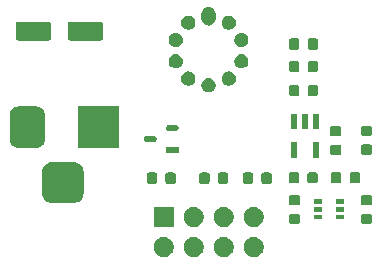
<source format=gbr>
%TF.GenerationSoftware,KiCad,Pcbnew,(5.1.6)-1*%
%TF.CreationDate,2021-01-16T21:26:58+01:00*%
%TF.ProjectId,hardware-smart-gaz-detector-extension-board,68617264-7761-4726-952d-736d6172742d,rev?*%
%TF.SameCoordinates,Original*%
%TF.FileFunction,Soldermask,Top*%
%TF.FilePolarity,Negative*%
%FSLAX46Y46*%
G04 Gerber Fmt 4.6, Leading zero omitted, Abs format (unit mm)*
G04 Created by KiCad (PCBNEW (5.1.6)-1) date 2021-01-16 21:26:58*
%MOMM*%
%LPD*%
G01*
G04 APERTURE LIST*
%ADD10C,0.100000*%
G04 APERTURE END LIST*
D10*
G36*
X66487936Y-71318665D02*
G01*
X66642626Y-71382739D01*
X66712076Y-71429145D01*
X66781844Y-71475762D01*
X66900238Y-71594156D01*
X66946855Y-71663924D01*
X66993261Y-71733374D01*
X67057335Y-71888064D01*
X67090000Y-72052282D01*
X67090000Y-72219718D01*
X67057335Y-72383936D01*
X66993261Y-72538626D01*
X66946855Y-72608076D01*
X66900238Y-72677844D01*
X66781844Y-72796238D01*
X66712076Y-72842855D01*
X66642626Y-72889261D01*
X66487936Y-72953335D01*
X66323718Y-72986000D01*
X66156282Y-72986000D01*
X65992064Y-72953335D01*
X65837374Y-72889261D01*
X65767924Y-72842855D01*
X65698156Y-72796238D01*
X65579762Y-72677844D01*
X65533145Y-72608076D01*
X65486739Y-72538626D01*
X65422665Y-72383936D01*
X65390000Y-72219718D01*
X65390000Y-72052282D01*
X65422665Y-71888064D01*
X65486739Y-71733374D01*
X65533145Y-71663924D01*
X65579762Y-71594156D01*
X65698156Y-71475762D01*
X65767924Y-71429145D01*
X65837374Y-71382739D01*
X65992064Y-71318665D01*
X66156282Y-71286000D01*
X66323718Y-71286000D01*
X66487936Y-71318665D01*
G37*
G36*
X71567936Y-71318665D02*
G01*
X71722626Y-71382739D01*
X71792076Y-71429145D01*
X71861844Y-71475762D01*
X71980238Y-71594156D01*
X72026855Y-71663924D01*
X72073261Y-71733374D01*
X72137335Y-71888064D01*
X72170000Y-72052282D01*
X72170000Y-72219718D01*
X72137335Y-72383936D01*
X72073261Y-72538626D01*
X72026855Y-72608076D01*
X71980238Y-72677844D01*
X71861844Y-72796238D01*
X71792076Y-72842855D01*
X71722626Y-72889261D01*
X71567936Y-72953335D01*
X71403718Y-72986000D01*
X71236282Y-72986000D01*
X71072064Y-72953335D01*
X70917374Y-72889261D01*
X70847924Y-72842855D01*
X70778156Y-72796238D01*
X70659762Y-72677844D01*
X70613145Y-72608076D01*
X70566739Y-72538626D01*
X70502665Y-72383936D01*
X70470000Y-72219718D01*
X70470000Y-72052282D01*
X70502665Y-71888064D01*
X70566739Y-71733374D01*
X70613145Y-71663924D01*
X70659762Y-71594156D01*
X70778156Y-71475762D01*
X70847924Y-71429145D01*
X70917374Y-71382739D01*
X71072064Y-71318665D01*
X71236282Y-71286000D01*
X71403718Y-71286000D01*
X71567936Y-71318665D01*
G37*
G36*
X69027936Y-71318665D02*
G01*
X69182626Y-71382739D01*
X69252076Y-71429145D01*
X69321844Y-71475762D01*
X69440238Y-71594156D01*
X69486855Y-71663924D01*
X69533261Y-71733374D01*
X69597335Y-71888064D01*
X69630000Y-72052282D01*
X69630000Y-72219718D01*
X69597335Y-72383936D01*
X69533261Y-72538626D01*
X69486855Y-72608076D01*
X69440238Y-72677844D01*
X69321844Y-72796238D01*
X69252076Y-72842855D01*
X69182626Y-72889261D01*
X69027936Y-72953335D01*
X68863718Y-72986000D01*
X68696282Y-72986000D01*
X68532064Y-72953335D01*
X68377374Y-72889261D01*
X68307924Y-72842855D01*
X68238156Y-72796238D01*
X68119762Y-72677844D01*
X68073145Y-72608076D01*
X68026739Y-72538626D01*
X67962665Y-72383936D01*
X67930000Y-72219718D01*
X67930000Y-72052282D01*
X67962665Y-71888064D01*
X68026739Y-71733374D01*
X68073145Y-71663924D01*
X68119762Y-71594156D01*
X68238156Y-71475762D01*
X68307924Y-71429145D01*
X68377374Y-71382739D01*
X68532064Y-71318665D01*
X68696282Y-71286000D01*
X68863718Y-71286000D01*
X69027936Y-71318665D01*
G37*
G36*
X63947936Y-71318665D02*
G01*
X64102626Y-71382739D01*
X64172076Y-71429145D01*
X64241844Y-71475762D01*
X64360238Y-71594156D01*
X64406855Y-71663924D01*
X64453261Y-71733374D01*
X64517335Y-71888064D01*
X64550000Y-72052282D01*
X64550000Y-72219718D01*
X64517335Y-72383936D01*
X64453261Y-72538626D01*
X64406855Y-72608076D01*
X64360238Y-72677844D01*
X64241844Y-72796238D01*
X64172076Y-72842855D01*
X64102626Y-72889261D01*
X63947936Y-72953335D01*
X63783718Y-72986000D01*
X63616282Y-72986000D01*
X63452064Y-72953335D01*
X63297374Y-72889261D01*
X63227924Y-72842855D01*
X63158156Y-72796238D01*
X63039762Y-72677844D01*
X62993145Y-72608076D01*
X62946739Y-72538626D01*
X62882665Y-72383936D01*
X62850000Y-72219718D01*
X62850000Y-72052282D01*
X62882665Y-71888064D01*
X62946739Y-71733374D01*
X62993145Y-71663924D01*
X63039762Y-71594156D01*
X63158156Y-71475762D01*
X63227924Y-71429145D01*
X63297374Y-71382739D01*
X63452064Y-71318665D01*
X63616282Y-71286000D01*
X63783718Y-71286000D01*
X63947936Y-71318665D01*
G37*
G36*
X69027936Y-68778665D02*
G01*
X69182626Y-68842739D01*
X69252076Y-68889145D01*
X69321844Y-68935762D01*
X69440238Y-69054156D01*
X69486855Y-69123924D01*
X69533261Y-69193374D01*
X69597335Y-69348064D01*
X69630000Y-69512282D01*
X69630000Y-69679718D01*
X69597335Y-69843936D01*
X69533261Y-69998626D01*
X69498224Y-70051062D01*
X69440238Y-70137844D01*
X69321844Y-70256238D01*
X69252076Y-70302855D01*
X69182626Y-70349261D01*
X69027936Y-70413335D01*
X68863718Y-70446000D01*
X68696282Y-70446000D01*
X68532064Y-70413335D01*
X68377374Y-70349261D01*
X68307924Y-70302855D01*
X68238156Y-70256238D01*
X68119762Y-70137844D01*
X68061776Y-70051062D01*
X68026739Y-69998626D01*
X67962665Y-69843936D01*
X67930000Y-69679718D01*
X67930000Y-69512282D01*
X67962665Y-69348064D01*
X68026739Y-69193374D01*
X68073145Y-69123924D01*
X68119762Y-69054156D01*
X68238156Y-68935762D01*
X68307924Y-68889145D01*
X68377374Y-68842739D01*
X68532064Y-68778665D01*
X68696282Y-68746000D01*
X68863718Y-68746000D01*
X69027936Y-68778665D01*
G37*
G36*
X66487936Y-68778665D02*
G01*
X66642626Y-68842739D01*
X66712076Y-68889145D01*
X66781844Y-68935762D01*
X66900238Y-69054156D01*
X66946855Y-69123924D01*
X66993261Y-69193374D01*
X67057335Y-69348064D01*
X67090000Y-69512282D01*
X67090000Y-69679718D01*
X67057335Y-69843936D01*
X66993261Y-69998626D01*
X66958224Y-70051062D01*
X66900238Y-70137844D01*
X66781844Y-70256238D01*
X66712076Y-70302855D01*
X66642626Y-70349261D01*
X66487936Y-70413335D01*
X66323718Y-70446000D01*
X66156282Y-70446000D01*
X65992064Y-70413335D01*
X65837374Y-70349261D01*
X65767924Y-70302855D01*
X65698156Y-70256238D01*
X65579762Y-70137844D01*
X65521776Y-70051062D01*
X65486739Y-69998626D01*
X65422665Y-69843936D01*
X65390000Y-69679718D01*
X65390000Y-69512282D01*
X65422665Y-69348064D01*
X65486739Y-69193374D01*
X65533145Y-69123924D01*
X65579762Y-69054156D01*
X65698156Y-68935762D01*
X65767924Y-68889145D01*
X65837374Y-68842739D01*
X65992064Y-68778665D01*
X66156282Y-68746000D01*
X66323718Y-68746000D01*
X66487936Y-68778665D01*
G37*
G36*
X64550000Y-70446000D02*
G01*
X62850000Y-70446000D01*
X62850000Y-68746000D01*
X64550000Y-68746000D01*
X64550000Y-70446000D01*
G37*
G36*
X71567936Y-68778665D02*
G01*
X71722626Y-68842739D01*
X71792076Y-68889145D01*
X71861844Y-68935762D01*
X71980238Y-69054156D01*
X72026855Y-69123924D01*
X72073261Y-69193374D01*
X72137335Y-69348064D01*
X72170000Y-69512282D01*
X72170000Y-69679718D01*
X72137335Y-69843936D01*
X72073261Y-69998626D01*
X72038224Y-70051062D01*
X71980238Y-70137844D01*
X71861844Y-70256238D01*
X71792076Y-70302855D01*
X71722626Y-70349261D01*
X71567936Y-70413335D01*
X71403718Y-70446000D01*
X71236282Y-70446000D01*
X71072064Y-70413335D01*
X70917374Y-70349261D01*
X70847924Y-70302855D01*
X70778156Y-70256238D01*
X70659762Y-70137844D01*
X70601776Y-70051062D01*
X70566739Y-69998626D01*
X70502665Y-69843936D01*
X70470000Y-69679718D01*
X70470000Y-69512282D01*
X70502665Y-69348064D01*
X70566739Y-69193374D01*
X70613145Y-69123924D01*
X70659762Y-69054156D01*
X70778156Y-68935762D01*
X70847924Y-68889145D01*
X70917374Y-68842739D01*
X71072064Y-68778665D01*
X71236282Y-68746000D01*
X71403718Y-68746000D01*
X71567936Y-68778665D01*
G37*
G36*
X81196619Y-69315012D02*
G01*
X81231971Y-69325736D01*
X81264550Y-69343150D01*
X81293111Y-69366589D01*
X81316550Y-69395150D01*
X81333964Y-69427729D01*
X81344688Y-69463081D01*
X81348600Y-69502797D01*
X81348600Y-69994403D01*
X81344688Y-70034119D01*
X81333964Y-70069471D01*
X81316550Y-70102050D01*
X81293111Y-70130611D01*
X81264550Y-70154050D01*
X81231971Y-70171464D01*
X81196619Y-70182188D01*
X81156903Y-70186100D01*
X80590297Y-70186100D01*
X80550581Y-70182188D01*
X80515229Y-70171464D01*
X80482650Y-70154050D01*
X80454089Y-70130611D01*
X80430650Y-70102050D01*
X80413236Y-70069471D01*
X80402512Y-70034119D01*
X80398600Y-69994403D01*
X80398600Y-69502797D01*
X80402512Y-69463081D01*
X80413236Y-69427729D01*
X80430650Y-69395150D01*
X80454089Y-69366589D01*
X80482650Y-69343150D01*
X80515229Y-69325736D01*
X80550581Y-69315012D01*
X80590297Y-69311100D01*
X81156903Y-69311100D01*
X81196619Y-69315012D01*
G37*
G36*
X75100619Y-69315012D02*
G01*
X75135971Y-69325736D01*
X75168550Y-69343150D01*
X75197111Y-69366589D01*
X75220550Y-69395150D01*
X75237964Y-69427729D01*
X75248688Y-69463081D01*
X75252600Y-69502797D01*
X75252600Y-69994403D01*
X75248688Y-70034119D01*
X75237964Y-70069471D01*
X75220550Y-70102050D01*
X75197111Y-70130611D01*
X75168550Y-70154050D01*
X75135971Y-70171464D01*
X75100619Y-70182188D01*
X75060903Y-70186100D01*
X74494297Y-70186100D01*
X74454581Y-70182188D01*
X74419229Y-70171464D01*
X74386650Y-70154050D01*
X74358089Y-70130611D01*
X74334650Y-70102050D01*
X74317236Y-70069471D01*
X74306512Y-70034119D01*
X74302600Y-69994403D01*
X74302600Y-69502797D01*
X74306512Y-69463081D01*
X74317236Y-69427729D01*
X74334650Y-69395150D01*
X74358089Y-69366589D01*
X74386650Y-69343150D01*
X74419229Y-69325736D01*
X74454581Y-69315012D01*
X74494297Y-69311100D01*
X75060903Y-69311100D01*
X75100619Y-69315012D01*
G37*
G36*
X78973600Y-69785600D02*
G01*
X78323600Y-69785600D01*
X78323600Y-69385600D01*
X78973600Y-69385600D01*
X78973600Y-69785600D01*
G37*
G36*
X77073600Y-69785600D02*
G01*
X76423600Y-69785600D01*
X76423600Y-69385600D01*
X77073600Y-69385600D01*
X77073600Y-69785600D01*
G37*
G36*
X78973600Y-69135600D02*
G01*
X78323600Y-69135600D01*
X78323600Y-68735600D01*
X78973600Y-68735600D01*
X78973600Y-69135600D01*
G37*
G36*
X77073600Y-69135600D02*
G01*
X76423600Y-69135600D01*
X76423600Y-68735600D01*
X77073600Y-68735600D01*
X77073600Y-69135600D01*
G37*
G36*
X81196619Y-67740012D02*
G01*
X81231971Y-67750736D01*
X81264550Y-67768150D01*
X81293111Y-67791589D01*
X81316550Y-67820150D01*
X81333964Y-67852729D01*
X81344688Y-67888081D01*
X81348600Y-67927797D01*
X81348600Y-68419403D01*
X81344688Y-68459119D01*
X81333964Y-68494471D01*
X81316550Y-68527050D01*
X81293111Y-68555611D01*
X81264550Y-68579050D01*
X81231971Y-68596464D01*
X81196619Y-68607188D01*
X81156903Y-68611100D01*
X80590297Y-68611100D01*
X80550581Y-68607188D01*
X80515229Y-68596464D01*
X80482650Y-68579050D01*
X80454089Y-68555611D01*
X80430650Y-68527050D01*
X80413236Y-68494471D01*
X80402512Y-68459119D01*
X80398600Y-68419403D01*
X80398600Y-67927797D01*
X80402512Y-67888081D01*
X80413236Y-67852729D01*
X80430650Y-67820150D01*
X80454089Y-67791589D01*
X80482650Y-67768150D01*
X80515229Y-67750736D01*
X80550581Y-67740012D01*
X80590297Y-67736100D01*
X81156903Y-67736100D01*
X81196619Y-67740012D01*
G37*
G36*
X75100619Y-67740012D02*
G01*
X75135971Y-67750736D01*
X75168550Y-67768150D01*
X75197111Y-67791589D01*
X75220550Y-67820150D01*
X75237964Y-67852729D01*
X75248688Y-67888081D01*
X75252600Y-67927797D01*
X75252600Y-68419403D01*
X75248688Y-68459119D01*
X75237964Y-68494471D01*
X75220550Y-68527050D01*
X75197111Y-68555611D01*
X75168550Y-68579050D01*
X75135971Y-68596464D01*
X75100619Y-68607188D01*
X75060903Y-68611100D01*
X74494297Y-68611100D01*
X74454581Y-68607188D01*
X74419229Y-68596464D01*
X74386650Y-68579050D01*
X74358089Y-68555611D01*
X74334650Y-68527050D01*
X74317236Y-68494471D01*
X74306512Y-68459119D01*
X74302600Y-68419403D01*
X74302600Y-67927797D01*
X74306512Y-67888081D01*
X74317236Y-67852729D01*
X74334650Y-67820150D01*
X74358089Y-67791589D01*
X74386650Y-67768150D01*
X74419229Y-67750736D01*
X74454581Y-67740012D01*
X74494297Y-67736100D01*
X75060903Y-67736100D01*
X75100619Y-67740012D01*
G37*
G36*
X77073600Y-68485600D02*
G01*
X76423600Y-68485600D01*
X76423600Y-68085600D01*
X77073600Y-68085600D01*
X77073600Y-68485600D01*
G37*
G36*
X78973600Y-68485600D02*
G01*
X78323600Y-68485600D01*
X78323600Y-68085600D01*
X78973600Y-68085600D01*
X78973600Y-68485600D01*
G37*
G36*
X56235797Y-64942521D02*
G01*
X56394257Y-64990590D01*
X56540293Y-65068648D01*
X56668300Y-65173700D01*
X56773352Y-65301707D01*
X56851410Y-65447743D01*
X56899479Y-65606203D01*
X56916000Y-65773947D01*
X56916000Y-67578053D01*
X56899479Y-67745797D01*
X56851410Y-67904257D01*
X56773352Y-68050293D01*
X56668300Y-68178300D01*
X56540293Y-68283352D01*
X56394257Y-68361410D01*
X56235797Y-68409479D01*
X56068053Y-68426000D01*
X54263947Y-68426000D01*
X54096203Y-68409479D01*
X53937743Y-68361410D01*
X53791707Y-68283352D01*
X53663700Y-68178300D01*
X53558648Y-68050293D01*
X53480590Y-67904257D01*
X53432521Y-67745797D01*
X53416000Y-67578053D01*
X53416000Y-65773947D01*
X53432521Y-65606203D01*
X53480590Y-65447743D01*
X53558648Y-65301707D01*
X53663700Y-65173700D01*
X53791707Y-65068648D01*
X53937743Y-64990590D01*
X54096203Y-64942521D01*
X54263947Y-64926000D01*
X56068053Y-64926000D01*
X56235797Y-64942521D01*
G37*
G36*
X64573019Y-65822912D02*
G01*
X64608371Y-65833636D01*
X64640950Y-65851050D01*
X64669511Y-65874489D01*
X64692950Y-65903050D01*
X64710364Y-65935629D01*
X64721088Y-65970981D01*
X64725000Y-66010697D01*
X64725000Y-66577303D01*
X64721088Y-66617019D01*
X64710364Y-66652371D01*
X64692950Y-66684950D01*
X64669511Y-66713511D01*
X64640950Y-66736950D01*
X64608371Y-66754364D01*
X64573019Y-66765088D01*
X64533303Y-66769000D01*
X64041697Y-66769000D01*
X64001981Y-66765088D01*
X63966629Y-66754364D01*
X63934050Y-66736950D01*
X63905489Y-66713511D01*
X63882050Y-66684950D01*
X63864636Y-66652371D01*
X63853912Y-66617019D01*
X63850000Y-66577303D01*
X63850000Y-66010697D01*
X63853912Y-65970981D01*
X63864636Y-65935629D01*
X63882050Y-65903050D01*
X63905489Y-65874489D01*
X63934050Y-65851050D01*
X63966629Y-65833636D01*
X64001981Y-65822912D01*
X64041697Y-65819000D01*
X64533303Y-65819000D01*
X64573019Y-65822912D01*
G37*
G36*
X62998019Y-65822912D02*
G01*
X63033371Y-65833636D01*
X63065950Y-65851050D01*
X63094511Y-65874489D01*
X63117950Y-65903050D01*
X63135364Y-65935629D01*
X63146088Y-65970981D01*
X63150000Y-66010697D01*
X63150000Y-66577303D01*
X63146088Y-66617019D01*
X63135364Y-66652371D01*
X63117950Y-66684950D01*
X63094511Y-66713511D01*
X63065950Y-66736950D01*
X63033371Y-66754364D01*
X62998019Y-66765088D01*
X62958303Y-66769000D01*
X62466697Y-66769000D01*
X62426981Y-66765088D01*
X62391629Y-66754364D01*
X62359050Y-66736950D01*
X62330489Y-66713511D01*
X62307050Y-66684950D01*
X62289636Y-66652371D01*
X62278912Y-66617019D01*
X62275000Y-66577303D01*
X62275000Y-66010697D01*
X62278912Y-65970981D01*
X62289636Y-65935629D01*
X62307050Y-65903050D01*
X62330489Y-65874489D01*
X62359050Y-65851050D01*
X62391629Y-65833636D01*
X62426981Y-65822912D01*
X62466697Y-65819000D01*
X62958303Y-65819000D01*
X62998019Y-65822912D01*
G37*
G36*
X71126019Y-65822912D02*
G01*
X71161371Y-65833636D01*
X71193950Y-65851050D01*
X71222511Y-65874489D01*
X71245950Y-65903050D01*
X71263364Y-65935629D01*
X71274088Y-65970981D01*
X71278000Y-66010697D01*
X71278000Y-66577303D01*
X71274088Y-66617019D01*
X71263364Y-66652371D01*
X71245950Y-66684950D01*
X71222511Y-66713511D01*
X71193950Y-66736950D01*
X71161371Y-66754364D01*
X71126019Y-66765088D01*
X71086303Y-66769000D01*
X70594697Y-66769000D01*
X70554981Y-66765088D01*
X70519629Y-66754364D01*
X70487050Y-66736950D01*
X70458489Y-66713511D01*
X70435050Y-66684950D01*
X70417636Y-66652371D01*
X70406912Y-66617019D01*
X70403000Y-66577303D01*
X70403000Y-66010697D01*
X70406912Y-65970981D01*
X70417636Y-65935629D01*
X70435050Y-65903050D01*
X70458489Y-65874489D01*
X70487050Y-65851050D01*
X70519629Y-65833636D01*
X70554981Y-65822912D01*
X70594697Y-65819000D01*
X71086303Y-65819000D01*
X71126019Y-65822912D01*
G37*
G36*
X72701019Y-65822912D02*
G01*
X72736371Y-65833636D01*
X72768950Y-65851050D01*
X72797511Y-65874489D01*
X72820950Y-65903050D01*
X72838364Y-65935629D01*
X72849088Y-65970981D01*
X72853000Y-66010697D01*
X72853000Y-66577303D01*
X72849088Y-66617019D01*
X72838364Y-66652371D01*
X72820950Y-66684950D01*
X72797511Y-66713511D01*
X72768950Y-66736950D01*
X72736371Y-66754364D01*
X72701019Y-66765088D01*
X72661303Y-66769000D01*
X72169697Y-66769000D01*
X72129981Y-66765088D01*
X72094629Y-66754364D01*
X72062050Y-66736950D01*
X72033489Y-66713511D01*
X72010050Y-66684950D01*
X71992636Y-66652371D01*
X71981912Y-66617019D01*
X71978000Y-66577303D01*
X71978000Y-66010697D01*
X71981912Y-65970981D01*
X71992636Y-65935629D01*
X72010050Y-65903050D01*
X72033489Y-65874489D01*
X72062050Y-65851050D01*
X72094629Y-65833636D01*
X72129981Y-65822912D01*
X72169697Y-65819000D01*
X72661303Y-65819000D01*
X72701019Y-65822912D01*
G37*
G36*
X67443019Y-65822912D02*
G01*
X67478371Y-65833636D01*
X67510950Y-65851050D01*
X67539511Y-65874489D01*
X67562950Y-65903050D01*
X67580364Y-65935629D01*
X67591088Y-65970981D01*
X67595000Y-66010697D01*
X67595000Y-66577303D01*
X67591088Y-66617019D01*
X67580364Y-66652371D01*
X67562950Y-66684950D01*
X67539511Y-66713511D01*
X67510950Y-66736950D01*
X67478371Y-66754364D01*
X67443019Y-66765088D01*
X67403303Y-66769000D01*
X66911697Y-66769000D01*
X66871981Y-66765088D01*
X66836629Y-66754364D01*
X66804050Y-66736950D01*
X66775489Y-66713511D01*
X66752050Y-66684950D01*
X66734636Y-66652371D01*
X66723912Y-66617019D01*
X66720000Y-66577303D01*
X66720000Y-66010697D01*
X66723912Y-65970981D01*
X66734636Y-65935629D01*
X66752050Y-65903050D01*
X66775489Y-65874489D01*
X66804050Y-65851050D01*
X66836629Y-65833636D01*
X66871981Y-65822912D01*
X66911697Y-65819000D01*
X67403303Y-65819000D01*
X67443019Y-65822912D01*
G37*
G36*
X69018019Y-65822912D02*
G01*
X69053371Y-65833636D01*
X69085950Y-65851050D01*
X69114511Y-65874489D01*
X69137950Y-65903050D01*
X69155364Y-65935629D01*
X69166088Y-65970981D01*
X69170000Y-66010697D01*
X69170000Y-66577303D01*
X69166088Y-66617019D01*
X69155364Y-66652371D01*
X69137950Y-66684950D01*
X69114511Y-66713511D01*
X69085950Y-66736950D01*
X69053371Y-66754364D01*
X69018019Y-66765088D01*
X68978303Y-66769000D01*
X68486697Y-66769000D01*
X68446981Y-66765088D01*
X68411629Y-66754364D01*
X68379050Y-66736950D01*
X68350489Y-66713511D01*
X68327050Y-66684950D01*
X68309636Y-66652371D01*
X68298912Y-66617019D01*
X68295000Y-66577303D01*
X68295000Y-66010697D01*
X68298912Y-65970981D01*
X68309636Y-65935629D01*
X68327050Y-65903050D01*
X68350489Y-65874489D01*
X68379050Y-65851050D01*
X68411629Y-65833636D01*
X68446981Y-65822912D01*
X68486697Y-65819000D01*
X68978303Y-65819000D01*
X69018019Y-65822912D01*
G37*
G36*
X76587119Y-65797512D02*
G01*
X76622471Y-65808236D01*
X76655050Y-65825650D01*
X76683611Y-65849089D01*
X76707050Y-65877650D01*
X76724464Y-65910229D01*
X76735188Y-65945581D01*
X76739100Y-65985297D01*
X76739100Y-66551903D01*
X76735188Y-66591619D01*
X76724464Y-66626971D01*
X76707050Y-66659550D01*
X76683611Y-66688111D01*
X76655050Y-66711550D01*
X76622471Y-66728964D01*
X76587119Y-66739688D01*
X76547403Y-66743600D01*
X76055797Y-66743600D01*
X76016081Y-66739688D01*
X75980729Y-66728964D01*
X75948150Y-66711550D01*
X75919589Y-66688111D01*
X75896150Y-66659550D01*
X75878736Y-66626971D01*
X75868012Y-66591619D01*
X75864100Y-66551903D01*
X75864100Y-65985297D01*
X75868012Y-65945581D01*
X75878736Y-65910229D01*
X75896150Y-65877650D01*
X75919589Y-65849089D01*
X75948150Y-65825650D01*
X75980729Y-65808236D01*
X76016081Y-65797512D01*
X76055797Y-65793600D01*
X76547403Y-65793600D01*
X76587119Y-65797512D01*
G37*
G36*
X75012119Y-65797512D02*
G01*
X75047471Y-65808236D01*
X75080050Y-65825650D01*
X75108611Y-65849089D01*
X75132050Y-65877650D01*
X75149464Y-65910229D01*
X75160188Y-65945581D01*
X75164100Y-65985297D01*
X75164100Y-66551903D01*
X75160188Y-66591619D01*
X75149464Y-66626971D01*
X75132050Y-66659550D01*
X75108611Y-66688111D01*
X75080050Y-66711550D01*
X75047471Y-66728964D01*
X75012119Y-66739688D01*
X74972403Y-66743600D01*
X74480797Y-66743600D01*
X74441081Y-66739688D01*
X74405729Y-66728964D01*
X74373150Y-66711550D01*
X74344589Y-66688111D01*
X74321150Y-66659550D01*
X74303736Y-66626971D01*
X74293012Y-66591619D01*
X74289100Y-66551903D01*
X74289100Y-65985297D01*
X74293012Y-65945581D01*
X74303736Y-65910229D01*
X74321150Y-65877650D01*
X74344589Y-65849089D01*
X74373150Y-65825650D01*
X74405729Y-65808236D01*
X74441081Y-65797512D01*
X74480797Y-65793600D01*
X74972403Y-65793600D01*
X75012119Y-65797512D01*
G37*
G36*
X80168619Y-65797512D02*
G01*
X80203971Y-65808236D01*
X80236550Y-65825650D01*
X80265111Y-65849089D01*
X80288550Y-65877650D01*
X80305964Y-65910229D01*
X80316688Y-65945581D01*
X80320600Y-65985297D01*
X80320600Y-66551903D01*
X80316688Y-66591619D01*
X80305964Y-66626971D01*
X80288550Y-66659550D01*
X80265111Y-66688111D01*
X80236550Y-66711550D01*
X80203971Y-66728964D01*
X80168619Y-66739688D01*
X80128903Y-66743600D01*
X79637297Y-66743600D01*
X79597581Y-66739688D01*
X79562229Y-66728964D01*
X79529650Y-66711550D01*
X79501089Y-66688111D01*
X79477650Y-66659550D01*
X79460236Y-66626971D01*
X79449512Y-66591619D01*
X79445600Y-66551903D01*
X79445600Y-65985297D01*
X79449512Y-65945581D01*
X79460236Y-65910229D01*
X79477650Y-65877650D01*
X79501089Y-65849089D01*
X79529650Y-65825650D01*
X79562229Y-65808236D01*
X79597581Y-65797512D01*
X79637297Y-65793600D01*
X80128903Y-65793600D01*
X80168619Y-65797512D01*
G37*
G36*
X78593619Y-65797512D02*
G01*
X78628971Y-65808236D01*
X78661550Y-65825650D01*
X78690111Y-65849089D01*
X78713550Y-65877650D01*
X78730964Y-65910229D01*
X78741688Y-65945581D01*
X78745600Y-65985297D01*
X78745600Y-66551903D01*
X78741688Y-66591619D01*
X78730964Y-66626971D01*
X78713550Y-66659550D01*
X78690111Y-66688111D01*
X78661550Y-66711550D01*
X78628971Y-66728964D01*
X78593619Y-66739688D01*
X78553903Y-66743600D01*
X78062297Y-66743600D01*
X78022581Y-66739688D01*
X77987229Y-66728964D01*
X77954650Y-66711550D01*
X77926089Y-66688111D01*
X77902650Y-66659550D01*
X77885236Y-66626971D01*
X77874512Y-66591619D01*
X77870600Y-66551903D01*
X77870600Y-65985297D01*
X77874512Y-65945581D01*
X77885236Y-65910229D01*
X77902650Y-65877650D01*
X77926089Y-65849089D01*
X77954650Y-65825650D01*
X77987229Y-65808236D01*
X78022581Y-65797512D01*
X78062297Y-65793600D01*
X78553903Y-65793600D01*
X78593619Y-65797512D01*
G37*
G36*
X74991601Y-64562600D02*
G01*
X74441603Y-64562600D01*
X74441603Y-63262600D01*
X74991601Y-63262600D01*
X74991601Y-64562600D01*
G37*
G36*
X76891600Y-64562600D02*
G01*
X76341602Y-64562600D01*
X76341602Y-63262600D01*
X76891600Y-63262600D01*
X76891600Y-64562600D01*
G37*
G36*
X78580419Y-63472912D02*
G01*
X78615771Y-63483636D01*
X78648350Y-63501050D01*
X78676911Y-63524489D01*
X78700350Y-63553050D01*
X78717764Y-63585629D01*
X78728488Y-63620981D01*
X78732400Y-63660697D01*
X78732400Y-64152303D01*
X78728488Y-64192019D01*
X78717764Y-64227371D01*
X78700350Y-64259950D01*
X78676911Y-64288511D01*
X78648350Y-64311950D01*
X78615771Y-64329364D01*
X78580419Y-64340088D01*
X78540703Y-64344000D01*
X77974097Y-64344000D01*
X77934381Y-64340088D01*
X77899029Y-64329364D01*
X77866450Y-64311950D01*
X77837889Y-64288511D01*
X77814450Y-64259950D01*
X77797036Y-64227371D01*
X77786312Y-64192019D01*
X77782400Y-64152303D01*
X77782400Y-63660697D01*
X77786312Y-63620981D01*
X77797036Y-63585629D01*
X77814450Y-63553050D01*
X77837889Y-63524489D01*
X77866450Y-63501050D01*
X77899029Y-63483636D01*
X77934381Y-63472912D01*
X77974097Y-63469000D01*
X78540703Y-63469000D01*
X78580419Y-63472912D01*
G37*
G36*
X81196619Y-63447512D02*
G01*
X81231971Y-63458236D01*
X81264550Y-63475650D01*
X81293111Y-63499089D01*
X81316550Y-63527650D01*
X81333964Y-63560229D01*
X81344688Y-63595581D01*
X81348600Y-63635297D01*
X81348600Y-64126903D01*
X81344688Y-64166619D01*
X81333964Y-64201971D01*
X81316550Y-64234550D01*
X81293111Y-64263111D01*
X81264550Y-64286550D01*
X81231971Y-64303964D01*
X81196619Y-64314688D01*
X81156903Y-64318600D01*
X80590297Y-64318600D01*
X80550581Y-64314688D01*
X80515229Y-64303964D01*
X80482650Y-64286550D01*
X80454089Y-64263111D01*
X80430650Y-64234550D01*
X80413236Y-64201971D01*
X80402512Y-64166619D01*
X80398600Y-64126903D01*
X80398600Y-63635297D01*
X80402512Y-63595581D01*
X80413236Y-63560229D01*
X80430650Y-63527650D01*
X80454089Y-63499089D01*
X80482650Y-63475650D01*
X80515229Y-63458236D01*
X80550581Y-63447512D01*
X80590297Y-63443600D01*
X81156903Y-63443600D01*
X81196619Y-63447512D01*
G37*
G36*
X64972304Y-64210993D02*
G01*
X63897696Y-64210993D01*
X63897696Y-63673007D01*
X64972304Y-63673007D01*
X64972304Y-64210993D01*
G37*
G36*
X53086410Y-60240119D02*
G01*
X53221420Y-60281074D01*
X53345848Y-60347583D01*
X53454912Y-60437088D01*
X53544417Y-60546152D01*
X53610926Y-60670580D01*
X53651881Y-60805590D01*
X53666000Y-60948947D01*
X53666000Y-63003053D01*
X53651881Y-63146410D01*
X53610926Y-63281420D01*
X53544417Y-63405848D01*
X53454912Y-63514912D01*
X53345848Y-63604417D01*
X53221420Y-63670926D01*
X53086410Y-63711881D01*
X52943053Y-63726000D01*
X51388947Y-63726000D01*
X51245590Y-63711881D01*
X51110580Y-63670926D01*
X50986152Y-63604417D01*
X50877088Y-63514912D01*
X50787583Y-63405848D01*
X50721074Y-63281420D01*
X50680119Y-63146410D01*
X50666000Y-63003053D01*
X50666000Y-60948947D01*
X50680119Y-60805590D01*
X50721074Y-60670580D01*
X50787583Y-60546152D01*
X50877088Y-60437088D01*
X50986152Y-60347583D01*
X51110580Y-60281074D01*
X51245590Y-60240119D01*
X51388947Y-60226000D01*
X52943053Y-60226000D01*
X53086410Y-60240119D01*
G37*
G36*
X59916000Y-63726000D02*
G01*
X56416000Y-63726000D01*
X56416000Y-60226000D01*
X59916000Y-60226000D01*
X59916000Y-63726000D01*
G37*
G36*
X62885788Y-62728175D02*
G01*
X62936249Y-62743482D01*
X62982755Y-62768339D01*
X63023517Y-62801792D01*
X63056970Y-62842554D01*
X63081827Y-62889060D01*
X63097134Y-62939521D01*
X63102303Y-62991999D01*
X63102303Y-62992001D01*
X63097134Y-63044479D01*
X63081827Y-63094940D01*
X63056970Y-63141446D01*
X63023517Y-63182208D01*
X62982755Y-63215661D01*
X62936249Y-63240518D01*
X62885788Y-63255825D01*
X62833310Y-63260994D01*
X62296688Y-63260994D01*
X62244210Y-63255825D01*
X62193749Y-63240518D01*
X62147243Y-63215661D01*
X62106481Y-63182208D01*
X62073028Y-63141446D01*
X62048171Y-63094940D01*
X62032864Y-63044479D01*
X62027695Y-62992001D01*
X62027695Y-62991999D01*
X62032864Y-62939521D01*
X62048171Y-62889060D01*
X62073028Y-62842554D01*
X62106481Y-62801792D01*
X62147243Y-62768339D01*
X62193749Y-62743482D01*
X62244210Y-62728175D01*
X62296688Y-62723006D01*
X62833310Y-62723006D01*
X62885788Y-62728175D01*
G37*
G36*
X78580419Y-61897912D02*
G01*
X78615771Y-61908636D01*
X78648350Y-61926050D01*
X78676911Y-61949489D01*
X78700350Y-61978050D01*
X78717764Y-62010629D01*
X78728488Y-62045981D01*
X78732400Y-62085697D01*
X78732400Y-62577303D01*
X78728488Y-62617019D01*
X78717764Y-62652371D01*
X78700350Y-62684950D01*
X78676911Y-62713511D01*
X78648350Y-62736950D01*
X78615771Y-62754364D01*
X78580419Y-62765088D01*
X78540703Y-62769000D01*
X77974097Y-62769000D01*
X77934381Y-62765088D01*
X77899029Y-62754364D01*
X77866450Y-62736950D01*
X77837889Y-62713511D01*
X77814450Y-62684950D01*
X77797036Y-62652371D01*
X77786312Y-62617019D01*
X77782400Y-62577303D01*
X77782400Y-62085697D01*
X77786312Y-62045981D01*
X77797036Y-62010629D01*
X77814450Y-61978050D01*
X77837889Y-61949489D01*
X77866450Y-61926050D01*
X77899029Y-61908636D01*
X77934381Y-61897912D01*
X77974097Y-61894000D01*
X78540703Y-61894000D01*
X78580419Y-61897912D01*
G37*
G36*
X81196619Y-61872512D02*
G01*
X81231971Y-61883236D01*
X81264550Y-61900650D01*
X81293111Y-61924089D01*
X81316550Y-61952650D01*
X81333964Y-61985229D01*
X81344688Y-62020581D01*
X81348600Y-62060297D01*
X81348600Y-62551903D01*
X81344688Y-62591619D01*
X81333964Y-62626971D01*
X81316550Y-62659550D01*
X81293111Y-62688111D01*
X81264550Y-62711550D01*
X81231971Y-62728964D01*
X81196619Y-62739688D01*
X81156903Y-62743600D01*
X80590297Y-62743600D01*
X80550581Y-62739688D01*
X80515229Y-62728964D01*
X80482650Y-62711550D01*
X80454089Y-62688111D01*
X80430650Y-62659550D01*
X80413236Y-62626971D01*
X80402512Y-62591619D01*
X80398600Y-62551903D01*
X80398600Y-62060297D01*
X80402512Y-62020581D01*
X80413236Y-61985229D01*
X80430650Y-61952650D01*
X80454089Y-61924089D01*
X80482650Y-61900650D01*
X80515229Y-61883236D01*
X80550581Y-61872512D01*
X80590297Y-61868600D01*
X81156903Y-61868600D01*
X81196619Y-61872512D01*
G37*
G36*
X64755789Y-61778175D02*
G01*
X64806250Y-61793482D01*
X64852756Y-61818339D01*
X64893518Y-61851792D01*
X64926971Y-61892554D01*
X64951828Y-61939060D01*
X64967135Y-61989521D01*
X64972304Y-62041999D01*
X64972304Y-62042001D01*
X64967135Y-62094479D01*
X64951828Y-62144940D01*
X64926971Y-62191446D01*
X64893518Y-62232208D01*
X64852756Y-62265661D01*
X64806250Y-62290518D01*
X64755789Y-62305825D01*
X64703311Y-62310994D01*
X64166689Y-62310994D01*
X64114211Y-62305825D01*
X64063750Y-62290518D01*
X64017244Y-62265661D01*
X63976482Y-62232208D01*
X63943029Y-62191446D01*
X63918172Y-62144940D01*
X63902865Y-62094479D01*
X63897696Y-62042001D01*
X63897696Y-62041999D01*
X63902865Y-61989521D01*
X63918172Y-61939060D01*
X63943029Y-61892554D01*
X63976482Y-61851792D01*
X64017244Y-61818339D01*
X64063750Y-61793482D01*
X64114211Y-61778175D01*
X64166689Y-61773006D01*
X64703311Y-61773006D01*
X64755789Y-61778175D01*
G37*
G36*
X75941600Y-62162600D02*
G01*
X75391602Y-62162600D01*
X75391602Y-60862600D01*
X75941600Y-60862600D01*
X75941600Y-62162600D01*
G37*
G36*
X74991601Y-62162600D02*
G01*
X74441603Y-62162600D01*
X74441603Y-60862600D01*
X74991601Y-60862600D01*
X74991601Y-62162600D01*
G37*
G36*
X76891600Y-62162600D02*
G01*
X76341602Y-62162600D01*
X76341602Y-60862600D01*
X76891600Y-60862600D01*
X76891600Y-62162600D01*
G37*
G36*
X75037619Y-58406112D02*
G01*
X75072971Y-58416836D01*
X75105550Y-58434250D01*
X75134111Y-58457689D01*
X75157550Y-58486250D01*
X75174964Y-58518829D01*
X75185688Y-58554181D01*
X75189600Y-58593897D01*
X75189600Y-59160503D01*
X75185688Y-59200219D01*
X75174964Y-59235571D01*
X75157550Y-59268150D01*
X75134111Y-59296711D01*
X75105550Y-59320150D01*
X75072971Y-59337564D01*
X75037619Y-59348288D01*
X74997903Y-59352200D01*
X74506297Y-59352200D01*
X74466581Y-59348288D01*
X74431229Y-59337564D01*
X74398650Y-59320150D01*
X74370089Y-59296711D01*
X74346650Y-59268150D01*
X74329236Y-59235571D01*
X74318512Y-59200219D01*
X74314600Y-59160503D01*
X74314600Y-58593897D01*
X74318512Y-58554181D01*
X74329236Y-58518829D01*
X74346650Y-58486250D01*
X74370089Y-58457689D01*
X74398650Y-58434250D01*
X74431229Y-58416836D01*
X74466581Y-58406112D01*
X74506297Y-58402200D01*
X74997903Y-58402200D01*
X75037619Y-58406112D01*
G37*
G36*
X76612619Y-58406112D02*
G01*
X76647971Y-58416836D01*
X76680550Y-58434250D01*
X76709111Y-58457689D01*
X76732550Y-58486250D01*
X76749964Y-58518829D01*
X76760688Y-58554181D01*
X76764600Y-58593897D01*
X76764600Y-59160503D01*
X76760688Y-59200219D01*
X76749964Y-59235571D01*
X76732550Y-59268150D01*
X76709111Y-59296711D01*
X76680550Y-59320150D01*
X76647971Y-59337564D01*
X76612619Y-59348288D01*
X76572903Y-59352200D01*
X76081297Y-59352200D01*
X76041581Y-59348288D01*
X76006229Y-59337564D01*
X75973650Y-59320150D01*
X75945089Y-59296711D01*
X75921650Y-59268150D01*
X75904236Y-59235571D01*
X75893512Y-59200219D01*
X75889600Y-59160503D01*
X75889600Y-58593897D01*
X75893512Y-58554181D01*
X75904236Y-58518829D01*
X75921650Y-58486250D01*
X75945089Y-58457689D01*
X75973650Y-58434250D01*
X76006229Y-58416836D01*
X76041581Y-58406112D01*
X76081297Y-58402200D01*
X76572903Y-58402200D01*
X76612619Y-58406112D01*
G37*
G36*
X67675014Y-57841058D02*
G01*
X67784207Y-57886287D01*
X67882478Y-57951950D01*
X67966050Y-58035522D01*
X68031713Y-58133793D01*
X68076942Y-58242986D01*
X68100000Y-58358905D01*
X68100000Y-58477095D01*
X68076942Y-58593014D01*
X68031713Y-58702207D01*
X67966050Y-58800478D01*
X67882478Y-58884050D01*
X67784207Y-58949713D01*
X67675014Y-58994942D01*
X67559095Y-59018000D01*
X67440905Y-59018000D01*
X67324986Y-58994942D01*
X67215793Y-58949713D01*
X67117522Y-58884050D01*
X67033950Y-58800478D01*
X66968287Y-58702207D01*
X66923058Y-58593014D01*
X66900000Y-58477095D01*
X66900000Y-58358905D01*
X66923058Y-58242986D01*
X66968287Y-58133793D01*
X67033950Y-58035522D01*
X67117522Y-57951950D01*
X67215793Y-57886287D01*
X67324986Y-57841058D01*
X67440905Y-57818000D01*
X67559095Y-57818000D01*
X67675014Y-57841058D01*
G37*
G36*
X69391347Y-57283388D02*
G01*
X69500540Y-57328617D01*
X69598811Y-57394280D01*
X69682383Y-57477852D01*
X69748046Y-57576123D01*
X69793275Y-57685316D01*
X69816333Y-57801235D01*
X69816333Y-57919425D01*
X69793275Y-58035344D01*
X69748046Y-58144537D01*
X69682383Y-58242808D01*
X69598811Y-58326380D01*
X69500540Y-58392043D01*
X69391347Y-58437272D01*
X69275428Y-58460330D01*
X69157238Y-58460330D01*
X69041319Y-58437272D01*
X68932126Y-58392043D01*
X68833855Y-58326380D01*
X68750283Y-58242808D01*
X68684620Y-58144537D01*
X68639391Y-58035344D01*
X68616333Y-57919425D01*
X68616333Y-57801235D01*
X68639391Y-57685316D01*
X68684620Y-57576123D01*
X68750283Y-57477852D01*
X68833855Y-57394280D01*
X68932126Y-57328617D01*
X69041319Y-57283388D01*
X69157238Y-57260330D01*
X69275428Y-57260330D01*
X69391347Y-57283388D01*
G37*
G36*
X65958681Y-57283388D02*
G01*
X66067874Y-57328617D01*
X66166145Y-57394280D01*
X66249717Y-57477852D01*
X66315380Y-57576123D01*
X66360609Y-57685316D01*
X66383667Y-57801235D01*
X66383667Y-57919425D01*
X66360609Y-58035344D01*
X66315380Y-58144537D01*
X66249717Y-58242808D01*
X66166145Y-58326380D01*
X66067874Y-58392043D01*
X65958681Y-58437272D01*
X65842762Y-58460330D01*
X65724572Y-58460330D01*
X65608653Y-58437272D01*
X65499460Y-58392043D01*
X65401189Y-58326380D01*
X65317617Y-58242808D01*
X65251954Y-58144537D01*
X65206725Y-58035344D01*
X65183667Y-57919425D01*
X65183667Y-57801235D01*
X65206725Y-57685316D01*
X65251954Y-57576123D01*
X65317617Y-57477852D01*
X65401189Y-57394280D01*
X65499460Y-57328617D01*
X65608653Y-57283388D01*
X65724572Y-57260330D01*
X65842762Y-57260330D01*
X65958681Y-57283388D01*
G37*
G36*
X76612619Y-56374112D02*
G01*
X76647971Y-56384836D01*
X76680550Y-56402250D01*
X76709111Y-56425689D01*
X76732550Y-56454250D01*
X76749964Y-56486829D01*
X76760688Y-56522181D01*
X76764600Y-56561897D01*
X76764600Y-57128503D01*
X76760688Y-57168219D01*
X76749964Y-57203571D01*
X76732550Y-57236150D01*
X76709111Y-57264711D01*
X76680550Y-57288150D01*
X76647971Y-57305564D01*
X76612619Y-57316288D01*
X76572903Y-57320200D01*
X76081297Y-57320200D01*
X76041581Y-57316288D01*
X76006229Y-57305564D01*
X75973650Y-57288150D01*
X75945089Y-57264711D01*
X75921650Y-57236150D01*
X75904236Y-57203571D01*
X75893512Y-57168219D01*
X75889600Y-57128503D01*
X75889600Y-56561897D01*
X75893512Y-56522181D01*
X75904236Y-56486829D01*
X75921650Y-56454250D01*
X75945089Y-56425689D01*
X75973650Y-56402250D01*
X76006229Y-56384836D01*
X76041581Y-56374112D01*
X76081297Y-56370200D01*
X76572903Y-56370200D01*
X76612619Y-56374112D01*
G37*
G36*
X75037619Y-56374112D02*
G01*
X75072971Y-56384836D01*
X75105550Y-56402250D01*
X75134111Y-56425689D01*
X75157550Y-56454250D01*
X75174964Y-56486829D01*
X75185688Y-56522181D01*
X75189600Y-56561897D01*
X75189600Y-57128503D01*
X75185688Y-57168219D01*
X75174964Y-57203571D01*
X75157550Y-57236150D01*
X75134111Y-57264711D01*
X75105550Y-57288150D01*
X75072971Y-57305564D01*
X75037619Y-57316288D01*
X74997903Y-57320200D01*
X74506297Y-57320200D01*
X74466581Y-57316288D01*
X74431229Y-57305564D01*
X74398650Y-57288150D01*
X74370089Y-57264711D01*
X74346650Y-57236150D01*
X74329236Y-57203571D01*
X74318512Y-57168219D01*
X74314600Y-57128503D01*
X74314600Y-56561897D01*
X74318512Y-56522181D01*
X74329236Y-56486829D01*
X74346650Y-56454250D01*
X74370089Y-56425689D01*
X74398650Y-56402250D01*
X74431229Y-56384836D01*
X74466581Y-56374112D01*
X74506297Y-56370200D01*
X74997903Y-56370200D01*
X75037619Y-56374112D01*
G37*
G36*
X70452099Y-55823388D02*
G01*
X70561292Y-55868617D01*
X70659563Y-55934280D01*
X70743135Y-56017852D01*
X70808798Y-56116123D01*
X70854027Y-56225316D01*
X70877085Y-56341235D01*
X70877085Y-56459425D01*
X70854027Y-56575344D01*
X70808798Y-56684537D01*
X70743135Y-56782808D01*
X70659563Y-56866380D01*
X70561292Y-56932043D01*
X70452099Y-56977272D01*
X70336180Y-57000330D01*
X70217990Y-57000330D01*
X70102071Y-56977272D01*
X69992878Y-56932043D01*
X69894607Y-56866380D01*
X69811035Y-56782808D01*
X69745372Y-56684537D01*
X69700143Y-56575344D01*
X69677085Y-56459425D01*
X69677085Y-56341235D01*
X69700143Y-56225316D01*
X69745372Y-56116123D01*
X69811035Y-56017852D01*
X69894607Y-55934280D01*
X69992878Y-55868617D01*
X70102071Y-55823388D01*
X70217990Y-55800330D01*
X70336180Y-55800330D01*
X70452099Y-55823388D01*
G37*
G36*
X64897929Y-55823388D02*
G01*
X65007122Y-55868617D01*
X65105393Y-55934280D01*
X65188965Y-56017852D01*
X65254628Y-56116123D01*
X65299857Y-56225316D01*
X65322915Y-56341235D01*
X65322915Y-56459425D01*
X65299857Y-56575344D01*
X65254628Y-56684537D01*
X65188965Y-56782808D01*
X65105393Y-56866380D01*
X65007122Y-56932043D01*
X64897929Y-56977272D01*
X64782010Y-57000330D01*
X64663820Y-57000330D01*
X64547901Y-56977272D01*
X64438708Y-56932043D01*
X64340437Y-56866380D01*
X64256865Y-56782808D01*
X64191202Y-56684537D01*
X64145973Y-56575344D01*
X64122915Y-56459425D01*
X64122915Y-56341235D01*
X64145973Y-56225316D01*
X64191202Y-56116123D01*
X64256865Y-56017852D01*
X64340437Y-55934280D01*
X64438708Y-55868617D01*
X64547901Y-55823388D01*
X64663820Y-55800330D01*
X64782010Y-55800330D01*
X64897929Y-55823388D01*
G37*
G36*
X76612619Y-54469112D02*
G01*
X76647971Y-54479836D01*
X76680550Y-54497250D01*
X76709111Y-54520689D01*
X76732550Y-54549250D01*
X76749964Y-54581829D01*
X76760688Y-54617181D01*
X76764600Y-54656897D01*
X76764600Y-55223503D01*
X76760688Y-55263219D01*
X76749964Y-55298571D01*
X76732550Y-55331150D01*
X76709111Y-55359711D01*
X76680550Y-55383150D01*
X76647971Y-55400564D01*
X76612619Y-55411288D01*
X76572903Y-55415200D01*
X76081297Y-55415200D01*
X76041581Y-55411288D01*
X76006229Y-55400564D01*
X75973650Y-55383150D01*
X75945089Y-55359711D01*
X75921650Y-55331150D01*
X75904236Y-55298571D01*
X75893512Y-55263219D01*
X75889600Y-55223503D01*
X75889600Y-54656897D01*
X75893512Y-54617181D01*
X75904236Y-54581829D01*
X75921650Y-54549250D01*
X75945089Y-54520689D01*
X75973650Y-54497250D01*
X76006229Y-54479836D01*
X76041581Y-54469112D01*
X76081297Y-54465200D01*
X76572903Y-54465200D01*
X76612619Y-54469112D01*
G37*
G36*
X75037619Y-54469112D02*
G01*
X75072971Y-54479836D01*
X75105550Y-54497250D01*
X75134111Y-54520689D01*
X75157550Y-54549250D01*
X75174964Y-54581829D01*
X75185688Y-54617181D01*
X75189600Y-54656897D01*
X75189600Y-55223503D01*
X75185688Y-55263219D01*
X75174964Y-55298571D01*
X75157550Y-55331150D01*
X75134111Y-55359711D01*
X75105550Y-55383150D01*
X75072971Y-55400564D01*
X75037619Y-55411288D01*
X74997903Y-55415200D01*
X74506297Y-55415200D01*
X74466581Y-55411288D01*
X74431229Y-55400564D01*
X74398650Y-55383150D01*
X74370089Y-55359711D01*
X74346650Y-55331150D01*
X74329236Y-55298571D01*
X74318512Y-55263219D01*
X74314600Y-55223503D01*
X74314600Y-54656897D01*
X74318512Y-54617181D01*
X74329236Y-54581829D01*
X74346650Y-54549250D01*
X74370089Y-54520689D01*
X74398650Y-54497250D01*
X74431229Y-54479836D01*
X74466581Y-54469112D01*
X74506297Y-54465200D01*
X74997903Y-54465200D01*
X75037619Y-54469112D01*
G37*
G36*
X64897929Y-54018728D02*
G01*
X65007122Y-54063957D01*
X65105393Y-54129620D01*
X65188965Y-54213192D01*
X65254628Y-54311463D01*
X65299857Y-54420656D01*
X65322915Y-54536575D01*
X65322915Y-54654765D01*
X65299857Y-54770684D01*
X65254628Y-54879877D01*
X65188965Y-54978148D01*
X65105393Y-55061720D01*
X65007122Y-55127383D01*
X64897929Y-55172612D01*
X64782010Y-55195670D01*
X64663820Y-55195670D01*
X64547901Y-55172612D01*
X64438708Y-55127383D01*
X64340437Y-55061720D01*
X64256865Y-54978148D01*
X64191202Y-54879877D01*
X64145973Y-54770684D01*
X64122915Y-54654765D01*
X64122915Y-54536575D01*
X64145973Y-54420656D01*
X64191202Y-54311463D01*
X64256865Y-54213192D01*
X64340437Y-54129620D01*
X64438708Y-54063957D01*
X64547901Y-54018728D01*
X64663820Y-53995670D01*
X64782010Y-53995670D01*
X64897929Y-54018728D01*
G37*
G36*
X70452099Y-54018728D02*
G01*
X70561292Y-54063957D01*
X70659563Y-54129620D01*
X70743135Y-54213192D01*
X70808798Y-54311463D01*
X70854027Y-54420656D01*
X70877085Y-54536575D01*
X70877085Y-54654765D01*
X70854027Y-54770684D01*
X70808798Y-54879877D01*
X70743135Y-54978148D01*
X70659563Y-55061720D01*
X70561292Y-55127383D01*
X70452099Y-55172612D01*
X70336180Y-55195670D01*
X70217990Y-55195670D01*
X70102071Y-55172612D01*
X69992878Y-55127383D01*
X69894607Y-55061720D01*
X69811035Y-54978148D01*
X69745372Y-54879877D01*
X69700143Y-54770684D01*
X69677085Y-54654765D01*
X69677085Y-54536575D01*
X69700143Y-54420656D01*
X69745372Y-54311463D01*
X69811035Y-54213192D01*
X69894607Y-54129620D01*
X69992878Y-54063957D01*
X70102071Y-54018728D01*
X70217990Y-53995670D01*
X70336180Y-53995670D01*
X70452099Y-54018728D01*
G37*
G36*
X53995917Y-53052296D02*
G01*
X54035028Y-53064160D01*
X54071062Y-53083420D01*
X54102653Y-53109347D01*
X54128580Y-53140938D01*
X54147840Y-53176972D01*
X54159704Y-53216083D01*
X54164000Y-53259697D01*
X54164000Y-54436303D01*
X54159704Y-54479917D01*
X54147840Y-54519028D01*
X54128580Y-54555062D01*
X54102653Y-54586653D01*
X54071062Y-54612580D01*
X54035028Y-54631840D01*
X53995917Y-54643704D01*
X53952303Y-54648000D01*
X51375697Y-54648000D01*
X51332083Y-54643704D01*
X51292972Y-54631840D01*
X51256938Y-54612580D01*
X51225347Y-54586653D01*
X51199420Y-54555062D01*
X51180160Y-54519028D01*
X51168296Y-54479917D01*
X51164000Y-54436303D01*
X51164000Y-53259697D01*
X51168296Y-53216083D01*
X51180160Y-53176972D01*
X51199420Y-53140938D01*
X51225347Y-53109347D01*
X51256938Y-53083420D01*
X51292972Y-53064160D01*
X51332083Y-53052296D01*
X51375697Y-53048000D01*
X53952303Y-53048000D01*
X53995917Y-53052296D01*
G37*
G36*
X58395917Y-53052296D02*
G01*
X58435028Y-53064160D01*
X58471062Y-53083420D01*
X58502653Y-53109347D01*
X58528580Y-53140938D01*
X58547840Y-53176972D01*
X58559704Y-53216083D01*
X58564000Y-53259697D01*
X58564000Y-54436303D01*
X58559704Y-54479917D01*
X58547840Y-54519028D01*
X58528580Y-54555062D01*
X58502653Y-54586653D01*
X58471062Y-54612580D01*
X58435028Y-54631840D01*
X58395917Y-54643704D01*
X58352303Y-54648000D01*
X55775697Y-54648000D01*
X55732083Y-54643704D01*
X55692972Y-54631840D01*
X55656938Y-54612580D01*
X55625347Y-54586653D01*
X55599420Y-54555062D01*
X55580160Y-54519028D01*
X55568296Y-54479917D01*
X55564000Y-54436303D01*
X55564000Y-53259697D01*
X55568296Y-53216083D01*
X55580160Y-53176972D01*
X55599420Y-53140938D01*
X55625347Y-53109347D01*
X55656938Y-53083420D01*
X55692972Y-53064160D01*
X55732083Y-53052296D01*
X55775697Y-53048000D01*
X58352303Y-53048000D01*
X58395917Y-53052296D01*
G37*
G36*
X65958681Y-52558728D02*
G01*
X66067874Y-52603957D01*
X66166145Y-52669620D01*
X66249717Y-52753192D01*
X66315380Y-52851463D01*
X66360609Y-52960656D01*
X66383667Y-53076575D01*
X66383667Y-53194765D01*
X66360609Y-53310684D01*
X66315380Y-53419877D01*
X66249717Y-53518148D01*
X66166145Y-53601720D01*
X66067874Y-53667383D01*
X65958681Y-53712612D01*
X65842762Y-53735670D01*
X65724572Y-53735670D01*
X65608653Y-53712612D01*
X65499460Y-53667383D01*
X65401189Y-53601720D01*
X65317617Y-53518148D01*
X65251954Y-53419877D01*
X65206725Y-53310684D01*
X65183667Y-53194765D01*
X65183667Y-53076575D01*
X65206725Y-52960656D01*
X65251954Y-52851463D01*
X65317617Y-52753192D01*
X65401189Y-52669620D01*
X65499460Y-52603957D01*
X65608653Y-52558728D01*
X65724572Y-52535670D01*
X65842762Y-52535670D01*
X65958681Y-52558728D01*
G37*
G36*
X69391347Y-52558728D02*
G01*
X69500540Y-52603957D01*
X69598811Y-52669620D01*
X69682383Y-52753192D01*
X69748046Y-52851463D01*
X69793275Y-52960656D01*
X69816333Y-53076575D01*
X69816333Y-53194765D01*
X69793275Y-53310684D01*
X69748046Y-53419877D01*
X69682383Y-53518148D01*
X69598811Y-53601720D01*
X69500540Y-53667383D01*
X69391347Y-53712612D01*
X69275428Y-53735670D01*
X69157238Y-53735670D01*
X69041319Y-53712612D01*
X68932126Y-53667383D01*
X68833855Y-53601720D01*
X68750283Y-53518148D01*
X68684620Y-53419877D01*
X68639391Y-53310684D01*
X68616333Y-53194765D01*
X68616333Y-53076575D01*
X68639391Y-52960656D01*
X68684620Y-52851463D01*
X68750283Y-52753192D01*
X68833855Y-52669620D01*
X68932126Y-52603957D01*
X69041319Y-52558728D01*
X69157238Y-52535670D01*
X69275428Y-52535670D01*
X69391347Y-52558728D01*
G37*
G36*
X67617617Y-51786681D02*
G01*
X67617620Y-51786682D01*
X67617621Y-51786682D01*
X67730721Y-51820990D01*
X67834955Y-51876704D01*
X67926317Y-51951683D01*
X68001296Y-52043045D01*
X68057010Y-52147279D01*
X68088703Y-52251758D01*
X68091319Y-52260383D01*
X68100000Y-52348529D01*
X68100000Y-52807472D01*
X68091319Y-52895617D01*
X68091318Y-52895620D01*
X68091318Y-52895621D01*
X68057010Y-53008721D01*
X68001296Y-53112955D01*
X67926317Y-53204317D01*
X67834954Y-53279296D01*
X67730720Y-53335010D01*
X67617620Y-53369318D01*
X67617619Y-53369318D01*
X67617616Y-53369319D01*
X67500000Y-53380903D01*
X67382383Y-53369319D01*
X67382380Y-53369318D01*
X67382379Y-53369318D01*
X67269279Y-53335010D01*
X67165045Y-53279296D01*
X67073683Y-53204317D01*
X66998704Y-53112954D01*
X66942990Y-53008720D01*
X66908682Y-52895620D01*
X66908682Y-52895619D01*
X66908681Y-52895616D01*
X66900000Y-52807471D01*
X66900000Y-52348528D01*
X66908681Y-52260383D01*
X66908682Y-52260379D01*
X66942990Y-52147279D01*
X66998705Y-52043045D01*
X67073684Y-51951683D01*
X67165046Y-51876704D01*
X67269280Y-51820990D01*
X67382380Y-51786682D01*
X67382381Y-51786682D01*
X67382384Y-51786681D01*
X67500000Y-51775097D01*
X67617617Y-51786681D01*
G37*
M02*

</source>
